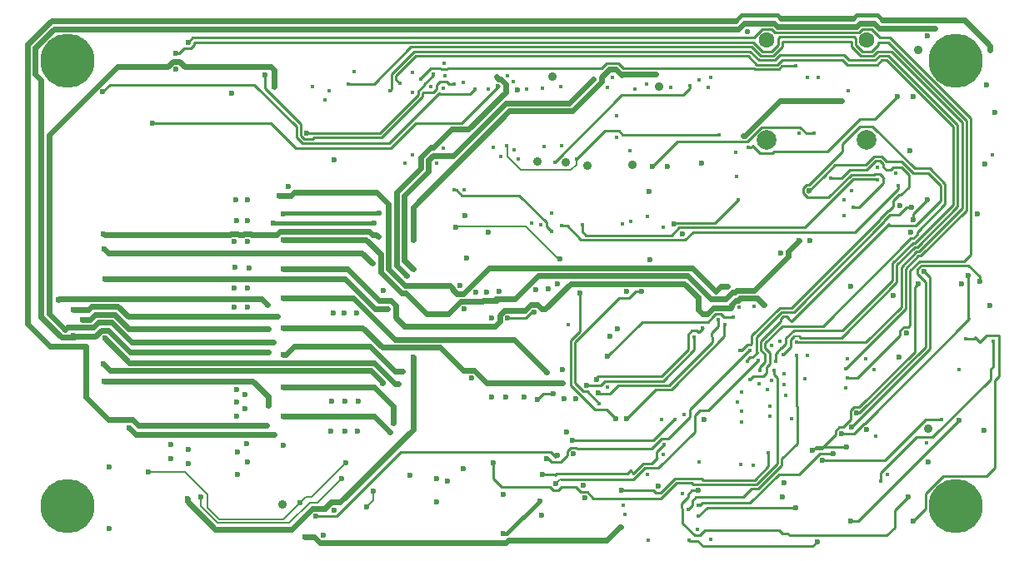
<source format=gbr>
G04 Layer_Physical_Order=3*
G04 Layer_Color=16440176*
%FSLAX44Y44*%
%MOMM*%
%TF.FileFunction,Copper,L3,Inr,Signal*%
%TF.Part,Single*%
G01*
G75*
%TA.AperFunction,Conductor*%
%ADD32C,0.4000*%
%ADD33C,0.2500*%
%ADD34C,0.2000*%
%TA.AperFunction,ComponentPad*%
%ADD35C,2.0000*%
%ADD36C,1.6000*%
%TA.AperFunction,ViaPad*%
%ADD37C,5.5000*%
%ADD38C,0.6000*%
%ADD39C,0.4500*%
%ADD40C,0.9000*%
%ADD41C,0.5400*%
%TA.AperFunction,Conductor*%
%ADD43C,0.6000*%
D32*
X746750Y272500D02*
X780000Y305750D01*
X743750Y272500D02*
X746750D01*
X743500Y272250D02*
X743750Y272500D01*
X520250Y598750D02*
X617250D01*
X519250Y597750D02*
X520250Y598750D01*
X509750Y588750D02*
X611750D01*
X1021562Y799750D02*
X1024812Y796500D01*
X1098788D02*
X1102038Y799750D01*
X1123162D01*
X1128162Y794750D01*
X979623Y794500D02*
X984873Y799750D01*
X1021562D01*
D33*
X931000Y297500D02*
X935250Y301750D01*
X937411Y270500D02*
X942589D01*
X924750Y283161D02*
X937411Y270500D01*
X932000Y265500D02*
X932250Y265250D01*
X941500Y290250D02*
X950250Y299000D01*
X663033Y729874D02*
X671783Y738624D01*
X663033Y728694D02*
Y729874D01*
X656532Y722193D02*
X663033Y728694D01*
X659032Y735286D02*
Y735874D01*
X656532Y718757D02*
Y722193D01*
X659032Y735874D02*
X669194Y746036D01*
X737500Y727750D02*
X738572D01*
X686839Y746000D02*
X843347D01*
X701072Y690250D02*
X738572Y727750D01*
X709035Y719535D02*
X714500Y725000D01*
X688122Y729536D02*
X692784D01*
X675533Y728623D02*
X678955Y732045D01*
X675533Y724697D02*
Y728623D01*
X671871Y721036D02*
X675533Y724697D01*
X677965Y720765D02*
X679194Y719535D01*
X677965Y720765D02*
Y720765D01*
X626700Y669500D02*
X677965Y720765D01*
X679194Y719535D02*
X709035D01*
X964386Y496024D02*
X967705Y492705D01*
X976478D02*
X976548Y492774D01*
X967705Y492705D02*
X976478D01*
X828379Y315015D02*
X834894Y308500D01*
X827574Y315015D02*
X828379D01*
X827339Y315250D02*
X827574Y315015D01*
X822161Y315250D02*
X827339D01*
X817161Y320250D02*
X822161Y315250D01*
X808290Y352007D02*
Y356106D01*
X801799Y345517D02*
X808290Y352007D01*
X905500Y427750D02*
X937046Y459296D01*
Y472523D01*
X930796Y475112D02*
X934457Y478773D01*
X930796Y459410D02*
Y475112D01*
X846661Y427750D02*
X905500D01*
X1246672Y470856D02*
Y474000D01*
Y470856D02*
X1246750Y470778D01*
Y466222D02*
Y470778D01*
X1246672Y466144D02*
X1246750Y466222D01*
X1246672Y432308D02*
Y466144D01*
X1242500Y428136D02*
X1246672Y432308D01*
X1238000Y439236D02*
X1241250Y442486D01*
X1238000Y429500D02*
Y439236D01*
X1095272Y642250D02*
X1112245D01*
X1080411Y647500D02*
X1111131D01*
X1087281Y660922D02*
Y668531D01*
X1051572Y627500D02*
X1053859D01*
X1087281Y660922D01*
X1073708Y614322D02*
X1097136Y637750D01*
X1052250Y614322D02*
X1073708D01*
X1087281Y668531D02*
X1105750Y687000D01*
X1118478D01*
X1129555Y645421D02*
Y648120D01*
X1125894Y651781D02*
X1129555Y648120D01*
X1121777Y651781D02*
X1125894D01*
X1112245Y642250D02*
X1121777Y651781D01*
X1119913Y656282D02*
X1127758D01*
X1111131Y647500D02*
X1119913Y656282D01*
X1125644Y638281D02*
X1129305Y634620D01*
X1120466Y638281D02*
X1125644D01*
X1119935Y637750D02*
X1120466Y638281D01*
X1097136Y637750D02*
X1119935D01*
X1121836Y633250D02*
X1123055Y632031D01*
X1099000Y633250D02*
X1121836D01*
X1147864Y651250D02*
X1159750Y639364D01*
X1132789Y651250D02*
X1147864D01*
X1127758Y656282D02*
X1132789Y651250D01*
X1147469Y645281D02*
X1155250Y637500D01*
X1139217Y645281D02*
X1147469D01*
X1136686Y642750D02*
X1139217Y645281D01*
X1132226Y642750D02*
X1136686D01*
X1129555Y645421D02*
X1132226Y642750D01*
X1129305Y629442D02*
Y633465D01*
X1129622Y633782D01*
X1129305Y634098D02*
X1129622Y633782D01*
X1129305Y634098D02*
Y634620D01*
X1118478Y687000D02*
X1161614Y643864D01*
X1087022Y634000D02*
X1095272Y642250D01*
X1049750Y584000D02*
X1099000Y633250D01*
X1054161Y621250D02*
X1069500Y636589D01*
X1052956Y620044D02*
X1054161Y621250D01*
X1075750Y634000D02*
X1087022D01*
X685589Y744750D02*
X686839Y746000D01*
X1096250Y388750D02*
Y397589D01*
X1094750Y387250D02*
X1096250Y388750D01*
X1058500Y358750D02*
X1066250D01*
X1057250Y357500D02*
X1058500Y358750D01*
X1104861Y401250D02*
X1161000Y457389D01*
X1099911Y401250D02*
X1104861D01*
X1096250Y397589D02*
X1099911Y401250D01*
X1094411Y387250D02*
X1094750D01*
X1090750Y383589D02*
X1094411Y387250D01*
X1090750Y383250D02*
Y383589D01*
X1088250Y380750D02*
X1090750Y383250D01*
X1084411Y380750D02*
X1088250D01*
X1080750Y377089D02*
X1084411Y380750D01*
X1080750Y373250D02*
Y377089D01*
X1066250Y358750D02*
X1080750Y373250D01*
X1161000Y457389D02*
Y523250D01*
X1172000Y462025D02*
Y528661D01*
X1104975Y395000D02*
X1172000Y462025D01*
X1102500Y395000D02*
X1104975D01*
X937500Y375911D02*
Y392500D01*
X900839Y339250D02*
X937500Y375911D01*
X943250Y398250D02*
X951777D01*
X937500Y392500D02*
X943250Y398250D01*
X951777D02*
X1002049Y448522D01*
X817250Y653250D02*
X846250Y682250D01*
X1091089Y440000D02*
X1152000Y500911D01*
Y542067D01*
X1156500Y484500D02*
Y540203D01*
X1147500Y502775D02*
Y543931D01*
X993612Y763000D02*
X1002612Y754000D01*
X652386Y763000D02*
X993612D01*
X654250Y758500D02*
X991748D01*
X1000748Y749500D01*
X860153Y751000D02*
X865153Y746000D01*
X848347Y751000D02*
X860153D01*
X843347Y746000D02*
X848347Y751000D01*
X1086500Y471500D02*
X1143000Y528000D01*
X1138500Y529864D02*
Y547659D01*
X1087943Y479307D02*
X1138500Y529864D01*
Y547659D02*
X1159342Y568500D01*
X916797Y388500D02*
X917500D01*
X895797Y367500D02*
X916797Y388500D01*
X813750Y367500D02*
X895797D01*
X811951Y359767D02*
X817129D01*
X808290Y356106D02*
X811951Y359767D01*
X818146Y358750D02*
X893411D01*
X817129Y359767D02*
X818146Y358750D01*
X893411D02*
X903911Y369250D01*
X1120750Y694500D02*
X1143250Y717000D01*
X1105500Y694500D02*
X1120750D01*
X1072400Y661400D02*
X1105500Y694500D01*
X1018488Y661400D02*
X1072400D01*
X585500Y730000D02*
X586000Y729500D01*
X628250Y723250D02*
X629500Y724500D01*
X637964Y730286D02*
X638031D01*
X634000Y734250D02*
X637964Y730286D01*
X618025Y680250D02*
X656532Y718757D01*
X661738Y721036D02*
X671871D01*
X661032Y720329D02*
X661738Y721036D01*
X661032Y716893D02*
Y720329D01*
X619889Y675750D02*
X661032Y716893D01*
X543500Y680250D02*
X618025D01*
X550750Y675750D02*
X619889D01*
X629500Y724500D02*
Y740114D01*
X671783Y738624D02*
Y739786D01*
X629500Y740114D02*
X652386Y763000D01*
X410770Y761037D02*
X413787D01*
X343500Y729250D02*
X489839D01*
X863250Y317000D02*
X895411D01*
X897911Y314500D01*
X823250Y580000D02*
Y587000D01*
X1027750Y454750D02*
X1035000Y462000D01*
X1019750Y455134D02*
X1021500Y456884D01*
Y457339D01*
X1025161Y461000D01*
X967830Y484330D02*
X968500Y485000D01*
X967830Y472854D02*
Y484330D01*
X961797Y483797D02*
Y489774D01*
X955000Y477000D02*
X961797Y483797D01*
X955000Y473158D02*
Y477000D01*
X959208Y496024D02*
X964386D01*
X955547Y492363D02*
X959208Y496024D01*
X955547Y492363D02*
Y492363D01*
X951184Y488000D02*
X955547Y492363D01*
X1018500Y434089D02*
Y438250D01*
X1020050Y448022D02*
Y454834D01*
X1018500Y434089D02*
X1021750Y430839D01*
X1097000Y381000D02*
X1097339D01*
X1087000Y374500D02*
X1099661D01*
X1109911Y384750D01*
X994000Y429250D02*
X997000Y432250D01*
X1006839D01*
X1041500Y402411D02*
Y453750D01*
Y402411D02*
X1042050Y401861D01*
X1021750Y343978D02*
Y430839D01*
X1047911Y618661D02*
X1052250Y614322D01*
X992438Y458500D02*
X994000D01*
X1009300Y466361D02*
X1026745Y483807D01*
X1009300Y461184D02*
Y466361D01*
Y461184D02*
X1013800Y456684D01*
X1004800Y468225D02*
X1024881Y488307D01*
X1004800Y459320D02*
Y468225D01*
Y459320D02*
X1009300Y454820D01*
Y446934D02*
Y454820D01*
X1000300Y457456D02*
Y472528D01*
Y457456D02*
X1000938Y456817D01*
Y456599D02*
Y456817D01*
X996589Y452250D02*
X1000938Y456599D01*
X995800Y465589D02*
Y474391D01*
X994960Y464750D02*
X995800Y465589D01*
X991411Y464750D02*
X994960D01*
X933000Y399062D02*
X992438Y458500D01*
X1000300Y472528D02*
X1025653Y497881D01*
X985411Y458750D02*
X991411Y464750D01*
X995800Y474391D02*
X1023789Y502381D01*
X1030500Y471453D02*
X1038354Y479307D01*
X1030500Y465884D02*
Y471453D01*
X1035000Y469589D02*
X1038661Y473250D01*
X1035000Y462000D02*
Y469589D01*
X1099000Y604500D02*
X1104363D01*
X1004250Y438500D02*
Y441884D01*
X1006839Y432250D02*
X1010500Y435911D01*
X1013800Y445070D02*
Y456684D01*
X1010500Y441770D02*
X1013800Y445070D01*
X1004250Y441884D02*
X1009300Y446934D01*
X993500Y452250D02*
X996589D01*
X1010500Y435911D02*
Y441770D01*
X1025616Y461000D02*
X1030500Y465884D01*
X1038354Y479307D02*
X1087943D01*
X1026745Y483807D02*
X1068057D01*
X1035807Y488307D02*
X1134750Y587250D01*
X1033881Y490233D02*
X1035807Y488307D01*
X1041250Y467000D02*
X1111725D01*
X1045589Y471500D02*
X1086500D01*
X1043839Y473250D02*
X1045589Y471500D01*
X934500Y316250D02*
X936400D01*
X930795Y312545D02*
X934500Y316250D01*
X930795Y310177D02*
Y312545D01*
X924000Y303381D02*
X930795Y310177D01*
X413787Y761037D02*
X419000Y766250D01*
X924000Y298500D02*
Y303381D01*
Y298500D02*
X924750Y297750D01*
Y283161D02*
Y297750D01*
X942589Y270500D02*
X948339Y276250D01*
X940250Y265250D02*
X946000Y259500D01*
X932250Y265250D02*
X940250D01*
X941546Y301265D02*
X942796D01*
X936665Y316515D02*
X941546D01*
X944400Y322500D02*
X1000272D01*
X944135Y322765D02*
X944400Y322500D01*
X938957Y322765D02*
X944135D01*
X938692Y322500D02*
X938957Y322765D01*
X936514Y322500D02*
X938692D01*
X934748Y324265D02*
X936514Y322500D01*
X946264Y327000D02*
X998408D01*
X944499Y328765D02*
X946264Y327000D01*
X917354Y328765D02*
X944499D01*
X938911Y309500D02*
X987250D01*
X935250Y305839D02*
X938911Y309500D01*
X936400Y316250D02*
X936665Y316515D01*
X942796Y301265D02*
X945031Y303500D01*
X987250Y309500D02*
X995750Y318000D01*
X945031Y303500D02*
X994000D01*
X950250Y299000D02*
X1040000D01*
X899250Y355750D02*
X906500Y363000D01*
X911089Y369250D02*
X933000Y391161D01*
X903911Y369250D02*
X911089D01*
X903089Y314500D02*
X917354Y328765D01*
X897911Y314500D02*
X903089D01*
X903453Y308500D02*
X919218Y324265D01*
X848500Y398500D02*
X857750Y389250D01*
X1103500Y285500D02*
X1206000Y388000D01*
X1227311Y467400D02*
X1233911Y474000D01*
X1246672D01*
X1241250Y442486D02*
Y468500D01*
X1222148Y472564D02*
X1227311Y467400D01*
X1213250Y470500D02*
X1223000D01*
X1159500Y285250D02*
X1172500Y298250D01*
Y312987D02*
X1190513Y331000D01*
X1172500Y298250D02*
Y312987D01*
X1190513Y331000D02*
X1234000D01*
X1242500Y339500D01*
Y428136D01*
X1144250Y623000D02*
Y626500D01*
X1100750Y579500D02*
X1144250Y623000D01*
X1152868Y604529D02*
X1157557D01*
X1159683Y597817D02*
X1173750Y611884D01*
Y612000D01*
X1139500Y605426D02*
Y611563D01*
X1135103Y601029D02*
X1139500Y605426D01*
Y611563D02*
X1144967Y617030D01*
X1159557Y592029D02*
Y597943D01*
X1150500Y585779D02*
X1162145D01*
X1163500Y579250D02*
X1192089Y607839D01*
X1163500Y576661D02*
Y579250D01*
X1159839Y573000D02*
X1163500Y576661D01*
X1157250Y573000D02*
X1159839D01*
X1068057Y483807D02*
X1157250Y573000D01*
X1161703Y568500D02*
X1200250Y607047D01*
X1159342Y568500D02*
X1161703D01*
X1163567Y564000D02*
X1204750Y605183D01*
X1161205Y564000D02*
X1163567D01*
X1143000Y545795D02*
X1161205Y564000D01*
X1165431Y559500D02*
X1209250Y603319D01*
X1163069Y559500D02*
X1165431D01*
X1147500Y543931D02*
X1163069Y559500D01*
X1167295Y555000D02*
X1213750Y601455D01*
X1164933Y555000D02*
X1167295D01*
X1152000Y542067D02*
X1164933Y555000D01*
X1166047Y549750D02*
X1211532D01*
X1156500Y540203D02*
X1166047Y549750D01*
X1167911Y545250D02*
X1215750D01*
X1164250Y541589D02*
X1167911Y545250D01*
X1164250Y536411D02*
Y541589D01*
X1170500Y539000D02*
X1176500Y533000D01*
X1164250Y536411D02*
X1172000Y528661D01*
X1161000Y523250D02*
X1164750Y527000D01*
X1192089Y607839D02*
Y628275D01*
X1200250Y607047D02*
Y686386D01*
X1204750Y605183D02*
Y688250D01*
X1209250Y603319D02*
Y691035D01*
X1213750Y601455D02*
Y692899D01*
X983750Y458750D02*
X985411D01*
X1019750Y455134D02*
X1020050Y454834D01*
X1092553Y430771D02*
X1102771D01*
X1146500Y474500D01*
X1033881Y490233D02*
Y490745D01*
X1025653Y497881D02*
X1038319D01*
X1130250Y589812D01*
X1023789Y502381D02*
X1036455D01*
X1125750Y591676D01*
X1031245Y493381D02*
X1033881Y490745D01*
X1027517Y493381D02*
X1031245D01*
X1024881Y490745D02*
X1027517Y493381D01*
X1024881Y488307D02*
Y490745D01*
X1111725Y467000D02*
X1147500Y502775D01*
X1176500Y643864D02*
X1192089Y628275D01*
X1161614Y643864D02*
X1176500D01*
X1047911Y623839D02*
X1051572Y627500D01*
X1047911Y618661D02*
Y623839D01*
X1104363Y604500D02*
X1129305Y629442D01*
X1162145Y585779D02*
X1187589Y611222D01*
Y626411D01*
X1147144Y617030D02*
X1155250Y625136D01*
X1144967Y617030D02*
X1147144D01*
X1135915Y596529D02*
X1144868D01*
X1152868Y604529D01*
X1155250Y625136D02*
Y637500D01*
X936089Y579500D02*
X1100750D01*
X1134051Y601029D02*
X1135103D01*
X1125750Y592728D02*
X1134051Y601029D01*
X1125750Y591676D02*
Y592728D01*
X1130250Y590864D02*
X1135915Y596529D01*
X1130250Y589812D02*
Y590864D01*
X1159557Y597943D02*
X1159683Y597817D01*
X913726Y418750D02*
X967830Y472854D01*
X911862Y423250D02*
X955796Y467184D01*
X940965Y477443D02*
X941943D01*
X939634Y478773D02*
X940965Y477443D01*
X903636Y432250D02*
X930796Y459410D01*
X934457Y478773D02*
X939634D01*
X955796Y467184D02*
Y472362D01*
X884500Y488000D02*
X951184D01*
X783520Y415020D02*
X794289D01*
X777750Y409250D02*
X783520Y415020D01*
X680411Y744750D02*
X685589D01*
X679125Y746036D02*
X680411Y744750D01*
X669194Y746036D02*
X679125D01*
X634000Y738250D02*
X654250Y758500D01*
X795250Y650500D02*
X863250Y718500D01*
X925750D01*
X945796Y481524D02*
X946023D01*
X955000Y473158D02*
X955796Y472362D01*
X898250Y418750D02*
X913726D01*
X859839Y423250D02*
X911862D01*
X839500Y432250D02*
X903636D01*
X842161Y423250D02*
X846661Y427750D01*
X840250Y415250D02*
X851839D01*
X859839Y423250D01*
X1154500Y482500D02*
X1156500Y484500D01*
X1150161Y482500D02*
X1154500D01*
X1146500Y478839D02*
X1150161Y482500D01*
X1146500Y474500D02*
Y478839D01*
X1043750Y333000D02*
X1065000Y354250D01*
X1078000D01*
X1067250Y347250D02*
X1131000D01*
X1092000Y360500D02*
X1092250Y360750D01*
X1060250Y360500D02*
X1092000D01*
X935250Y301750D02*
Y305839D01*
X919218Y324265D02*
X934748D01*
X1057500Y259500D02*
X1062250Y264250D01*
X946000Y259500D02*
X1057500D01*
X1042050Y364300D02*
Y401861D01*
X1026250Y348500D02*
X1042050Y364300D01*
X1026250Y342114D02*
Y348500D01*
X1002136Y318000D02*
X1026250Y342114D01*
X995750Y318000D02*
X1002136D01*
X1012250Y340842D02*
Y354500D01*
X998408Y327000D02*
X1012250Y340842D01*
X1000272Y322500D02*
X1021750Y343978D01*
X948339Y276250D02*
X1023661D01*
X1026911Y273000D01*
X941943Y477443D02*
X946023Y481524D01*
X838041Y429521D02*
Y430791D01*
X827750Y423250D02*
X842161D01*
X839500Y416000D02*
X840250Y415250D01*
X828500Y417000D02*
X840750Y404750D01*
X838041Y430791D02*
X839500Y432250D01*
X811500Y423589D02*
X836589Y398500D01*
X824453Y417000D02*
X828500D01*
X816000Y425453D02*
X824453Y417000D01*
X1134263Y772386D02*
X1213750Y692899D01*
X1137285Y763000D02*
X1209250Y691035D01*
X1134500Y758500D02*
X1204750Y688250D01*
X1132636Y754000D02*
X1200250Y686386D01*
X1136127Y776886D02*
X1218250Y694763D01*
X1127352Y754000D02*
X1132636D01*
X1123850Y772386D02*
X1134263D01*
X1123850Y769590D02*
Y772386D01*
X1123624Y763000D02*
X1137285D01*
X1125488Y758500D02*
X1134500D01*
X1120988Y754000D02*
X1125488Y758500D01*
X1122852Y749500D02*
X1127352Y754000D01*
X1026116Y748000D02*
X1040250D01*
X1023116Y745000D02*
X1026116Y748000D01*
X1227060Y529026D02*
Y533940D01*
X1215750Y545250D02*
X1227060Y533940D01*
X1215250Y492500D02*
Y535000D01*
Y492500D02*
X1216750Y491000D01*
X801750Y327500D02*
X821911D01*
X678955Y732045D02*
X678964Y732036D01*
X1019388Y754000D02*
X1024538Y759150D01*
X1002612Y754000D02*
X1019388D01*
X1094864D02*
X1120988D01*
X1089714Y759150D02*
X1094864Y754000D01*
X1024538Y759150D02*
X1089714D01*
X1021252Y749500D02*
X1026402Y754650D01*
X1000748Y749500D02*
X1021252D01*
X1026402Y754650D02*
X1087850D01*
X1093000Y749500D02*
X1122852D01*
X1087850Y754650D02*
X1093000Y749500D01*
X1117260Y785500D02*
X1125874Y776886D01*
X1104690Y782250D02*
X1107940Y785500D01*
X1125874Y776886D02*
X1136127D01*
X1107940Y785500D02*
X1117260D01*
X998884Y745000D02*
X1023116D01*
X1004476Y758500D02*
X1017524D01*
X1119124D02*
X1123624Y763000D01*
X1106076Y758500D02*
X1119124D01*
X1096850Y767726D02*
X1106076Y758500D01*
X1096850Y767726D02*
Y773250D01*
X1117260Y763000D02*
X1123850Y769590D01*
X1107940Y763000D02*
X1117260D01*
X1101350Y769590D02*
X1107940Y763000D01*
X1101350Y769590D02*
Y775954D01*
X1099554Y777750D02*
X1101350Y775954D01*
X788733Y348767D02*
X791983Y345517D01*
X787538Y348767D02*
X788733D01*
X791983Y345517D02*
X801799D01*
X783038Y332766D02*
X795427D01*
X795927Y332266D01*
X802112Y320250D02*
X817161D01*
X798878Y317016D02*
X802112Y320250D01*
X793700Y317016D02*
X798878D01*
X790466Y320250D02*
X793700Y317016D01*
X741822Y320250D02*
X790466D01*
X791500Y355250D02*
X796250Y350500D01*
X639089Y355250D02*
X791500D01*
X994000Y303500D02*
X1023500Y333000D01*
X1043750D01*
X797161Y333500D02*
X869014D01*
X872281Y336766D01*
X795927Y332266D02*
X797161Y333500D01*
X574089Y290250D02*
X639089Y355250D01*
X733286Y328786D02*
X741822Y320250D01*
X827589Y327500D02*
X875411D01*
X827339Y327750D02*
X827589Y327500D01*
X822161Y327750D02*
X827339D01*
X821911Y327500D02*
X822161Y327750D01*
X872281Y336766D02*
X875297Y333750D01*
X552250Y290250D02*
X574089D01*
X1218250Y556468D02*
Y694763D01*
X811500Y423589D02*
Y469364D01*
X816000Y425453D02*
Y467500D01*
X849250Y452750D02*
X884500Y488000D01*
X834894Y308500D02*
X903453D01*
X875411Y327500D02*
X887161Y339250D01*
X1134750Y585750D02*
Y587250D01*
Y585750D02*
X1150753D01*
X1143000Y528000D02*
Y545795D01*
X1097339Y381000D02*
X1176500Y460161D01*
X1110500Y384750D02*
X1216750Y491000D01*
X1109911Y384750D02*
X1110500D01*
X1032089Y273000D02*
X1034383Y270706D01*
X1026911Y273000D02*
X1032089D01*
X1034383Y270706D02*
X1132706D01*
X1140750Y278750D01*
X532750Y675797D02*
Y686339D01*
X489839Y729250D02*
X532750Y686339D01*
X532411Y665000D02*
X628564D01*
X539047Y669500D02*
X626700D01*
X772274Y497774D02*
X774288D01*
X386500Y690250D02*
X507161D01*
X532411Y665000D01*
X501000Y725500D02*
X537250Y689250D01*
Y677661D02*
Y689250D01*
X336250Y722000D02*
X343500Y729250D01*
X532750Y675797D02*
X539047Y669500D01*
X537250Y677661D02*
X540911Y674000D01*
X549000D01*
X550750Y675750D01*
X836589Y398500D02*
X848500D01*
X811500Y469364D02*
X820750Y478614D01*
Y517250D01*
X877339Y518750D02*
X883500D01*
X871089Y512500D02*
X877339Y518750D01*
X861000Y512500D02*
X871089D01*
X816000Y467500D02*
X861000Y512500D01*
X1140750Y296000D02*
X1154250Y309500D01*
X1140750Y278750D02*
Y296000D01*
X1095750Y285500D02*
X1103500D01*
X1126250Y325750D02*
Y334089D01*
X1211532Y549750D02*
X1218250Y556468D01*
X868750Y389250D02*
X898250Y418750D01*
X1069500Y636589D02*
X1080411Y647500D01*
X1159750Y639364D02*
X1174636D01*
X1187589Y626411D01*
X991048Y449798D02*
X993500Y452250D01*
X991048Y448272D02*
Y449798D01*
X933000Y391161D02*
Y399062D01*
X899250Y350161D02*
X899581Y349831D01*
X899250Y350161D02*
Y355750D01*
X885297Y343750D02*
X893500D01*
X899581Y349831D01*
X875297Y333750D02*
X885297Y343750D01*
X887161Y339250D02*
X900839D01*
X802000Y585750D02*
X807911D01*
X733286Y328786D02*
Y344517D01*
X766024Y491524D02*
X772274Y497774D01*
X747536Y491524D02*
X766024D01*
X1176500Y460161D02*
Y533000D01*
X585500Y730000D02*
X611500D01*
X649000Y767500D01*
X634000Y734250D02*
Y738250D01*
X925750Y718500D02*
X932500Y725250D01*
X628564Y665000D02*
X653814Y690250D01*
X860589Y682250D02*
X864589Y678250D01*
X962500D01*
X846250Y682250D02*
X860589D01*
X932500Y725250D02*
Y728500D01*
X501000Y725500D02*
Y739500D01*
X1172019Y388269D02*
X1188308D01*
X1131000Y347250D02*
X1172019Y388269D01*
X1126250Y334089D02*
X1163161Y371000D01*
X1179500D01*
X1238000Y429500D01*
X996500Y666750D02*
X1003850Y659400D01*
X1016488D01*
X1018488Y661400D01*
X995283Y665533D02*
X996500Y666750D01*
X992298Y665533D02*
X995283D01*
X1051028Y679750D02*
X1058500D01*
X1044878Y685900D02*
X1051028Y679750D01*
X1005512Y685900D02*
X1044878D01*
X997750Y678138D02*
X1005512Y685900D01*
X997750Y678138D02*
Y678138D01*
X990862Y671250D02*
X997750Y678138D01*
X920250Y671250D02*
X990862D01*
X895000Y646000D02*
X920250Y671250D01*
X823250Y580000D02*
X827250Y576000D01*
X807911Y585750D02*
X822161Y571500D01*
X827250Y576000D02*
X913855D01*
X822161Y571500D02*
X928089D01*
X936089Y579500D01*
X913855Y576000D02*
X921855Y584000D01*
X1049750D01*
X958500Y588500D02*
X981750Y611750D01*
X917516Y588500D02*
X958500D01*
X916545Y587529D02*
X917516Y588500D01*
X787000Y585250D02*
X792250Y580000D01*
X787000Y585250D02*
Y589028D01*
X759528Y616500D02*
X787000Y589028D01*
X700972Y616500D02*
X759528D01*
X695472Y622000D02*
X700972Y616500D01*
X693000Y622000D02*
X695472D01*
X653814Y690250D02*
X701072D01*
X678964Y732036D02*
X685621D01*
X688122Y729536D01*
X997884Y746000D02*
X998884Y745000D01*
X865153Y746000D02*
X997884D01*
X423000Y772500D02*
X427386Y776886D01*
X419000Y766250D02*
X425589D01*
X429250Y769911D01*
Y772386D01*
X1006340Y763000D02*
X1015660D01*
X1022250Y769590D01*
X427386Y776886D02*
X997726D01*
X649000Y767500D02*
X995476D01*
X1004476Y758500D01*
X429250Y772386D02*
X996954D01*
X1006340Y763000D01*
X1017524Y758500D02*
X1026750Y767726D01*
Y773250D01*
X1096850D01*
X1022250Y769590D02*
Y775954D01*
X1024046Y777750D01*
X1099554D01*
X997726Y776886D02*
X1006340Y785500D01*
X1015660D01*
X1018910Y782250D01*
X1104690D01*
D34*
X817250Y648000D02*
Y653250D01*
X811500Y642250D02*
X817250Y648000D01*
X519500Y287250D02*
X542500Y310250D01*
X548500D02*
X582767Y344517D01*
X542500Y310250D02*
X548500D01*
X1038661Y473250D02*
X1043839D01*
X746750Y667250D02*
X747000Y667000D01*
Y655765D02*
Y667000D01*
X798831Y552250D02*
X800250D01*
X765831Y585250D02*
X798831Y552250D01*
X695250Y585250D02*
X765831D01*
X694500Y584500D02*
X695250Y585250D01*
X800523Y327500D02*
X801750D01*
X796289Y323266D02*
X800523Y327500D01*
X610750Y306500D02*
Y315500D01*
X604250Y300000D02*
X610750Y306500D01*
X546451Y304250D02*
X554500D01*
X525451Y283250D02*
X546451Y304250D01*
X454157Y287250D02*
X519500D01*
X382750Y335250D02*
Y335500D01*
X435500Y300250D02*
X452500Y283250D01*
X525451D01*
X435500Y300250D02*
Y310250D01*
X442750Y298657D02*
X454157Y287250D01*
X442750Y298657D02*
Y312250D01*
X382750Y335500D02*
X419500D01*
X442750Y312250D01*
X554500Y304250D02*
X578528Y328278D01*
Y328516D01*
X582767Y344517D02*
X582778D01*
X747000Y655765D02*
X760515Y642250D01*
X811500D01*
D35*
X1112600Y672650D02*
D03*
X1011000D02*
D03*
D36*
X1112600Y774250D02*
D03*
X1011000D02*
D03*
D37*
X1203250Y300250D02*
D03*
Y753250D02*
D03*
X300000Y300250D02*
D03*
X300000Y753250D02*
D03*
D38*
X343000Y277750D02*
D03*
X571000Y652500D02*
D03*
X757250Y723750D02*
D03*
X898044Y739536D02*
D03*
X814540Y353517D02*
D03*
X824750Y321500D02*
D03*
X1054161Y621250D02*
D03*
X1145000Y452000D02*
D03*
X648000Y331750D02*
D03*
X946750Y389000D02*
D03*
X536250Y304250D02*
D03*
X726250Y518000D02*
D03*
X715250D02*
D03*
X315750Y490500D02*
D03*
X306265Y474523D02*
D03*
X410770Y761037D02*
D03*
X410750Y745000D02*
D03*
X297750Y480000D02*
D03*
X863250Y317000D02*
D03*
X971000Y524107D02*
D03*
X1097000Y381000D02*
D03*
X1087000Y374500D02*
D03*
X941546Y316515D02*
D03*
X900500Y320750D02*
D03*
X857750Y389250D02*
D03*
X1206000Y388000D02*
D03*
X1159500Y285250D02*
D03*
X1231250Y377750D02*
D03*
X1242250Y700750D02*
D03*
X1232310Y648282D02*
D03*
X1157250Y579250D02*
D03*
X1139250Y515000D02*
D03*
X1157557Y604529D02*
D03*
X1145750Y606250D02*
D03*
X1159557Y592029D02*
D03*
X1170500Y539000D02*
D03*
X1164750Y527000D02*
D03*
X859500Y481000D02*
D03*
X803289Y439521D02*
D03*
X786750Y437000D02*
D03*
X807250Y376250D02*
D03*
X794289Y415020D02*
D03*
X803000Y426250D02*
D03*
X777750Y409250D02*
D03*
X895000Y646000D02*
D03*
X1057250Y357500D02*
D03*
X1067250Y347250D02*
D03*
X1092250Y360750D02*
D03*
X1040000Y299000D02*
D03*
X1062250Y264250D02*
D03*
X338250Y471500D02*
D03*
X636750Y425250D02*
D03*
X805000Y409750D02*
D03*
X851750Y473500D02*
D03*
X838041Y429521D02*
D03*
X839500Y416000D02*
D03*
X816500Y409750D02*
D03*
X827750Y423250D02*
D03*
X813750Y367500D02*
D03*
X621500Y520000D02*
D03*
X617250Y598750D02*
D03*
X611750Y588750D02*
D03*
X694500Y584500D02*
D03*
X473250Y355250D02*
D03*
X472750Y332750D02*
D03*
X482500Y364250D02*
D03*
X482750Y345000D02*
D03*
X423000Y343500D02*
D03*
X405500Y348500D02*
D03*
X422750Y358250D02*
D03*
X405000Y363500D02*
D03*
X1143250Y717000D02*
D03*
X291250Y510750D02*
D03*
X306500Y500000D02*
D03*
X337750Y561750D02*
D03*
X319250Y463250D02*
D03*
X503750Y505250D02*
D03*
X509750Y467250D02*
D03*
X1227060Y529026D02*
D03*
X1215250Y535000D02*
D03*
X1208750Y526500D02*
D03*
X513250Y493250D02*
D03*
X504500Y481250D02*
D03*
X504000Y457250D02*
D03*
X615750Y574500D02*
D03*
X651250Y571750D02*
D03*
X337000Y577500D02*
D03*
X610250Y547750D02*
D03*
X625750Y501500D02*
D03*
X338000Y531750D02*
D03*
X644500Y535250D02*
D03*
X519775Y454522D02*
D03*
X620500Y426000D02*
D03*
X641000Y437750D02*
D03*
X825790Y308765D02*
D03*
X798539Y351767D02*
D03*
X787538Y348767D02*
D03*
X783038Y332766D02*
D03*
X796289Y323266D02*
D03*
X1027000Y309750D02*
D03*
X1028000Y324500D02*
D03*
X780000Y305750D02*
D03*
X743500Y312000D02*
D03*
X610750Y315500D02*
D03*
X782250Y291000D02*
D03*
X675750Y305000D02*
D03*
X604250Y300000D02*
D03*
X504250Y403000D02*
D03*
X571500Y296500D02*
D03*
X849250Y452750D02*
D03*
X1112500Y378500D02*
D03*
X541500Y269250D02*
D03*
X552250Y290250D02*
D03*
X727750Y579250D02*
D03*
X1043801Y570778D02*
D03*
X1054551D02*
D03*
X891250Y620250D02*
D03*
X800250Y552250D02*
D03*
X710500Y430500D02*
D03*
X774288Y497774D02*
D03*
X731000Y411250D02*
D03*
X745750Y411750D02*
D03*
X764000Y411500D02*
D03*
X543500Y680250D02*
D03*
X868750Y389250D02*
D03*
X883500Y518750D02*
D03*
X1102500Y395000D02*
D03*
X743500Y272250D02*
D03*
X560500Y271250D02*
D03*
X1237750Y504250D02*
D03*
X1156250Y661750D02*
D03*
X1159500Y716750D02*
D03*
X892250Y551500D02*
D03*
X820750Y517250D02*
D03*
X798500Y526750D02*
D03*
X788500Y521750D02*
D03*
X706000Y553250D02*
D03*
X868500Y518750D02*
D03*
X704250Y596000D02*
D03*
X386500Y690250D02*
D03*
X336250Y722000D02*
D03*
X1025000Y558250D02*
D03*
X1234000Y729000D02*
D03*
X1154250Y309500D02*
D03*
X1078000Y354250D02*
D03*
X1175000Y345000D02*
D03*
X1095750Y285500D02*
D03*
X342750Y340750D02*
D03*
X1173750Y612000D02*
D03*
X651250Y541750D02*
D03*
X519250Y362000D02*
D03*
X702750Y338250D02*
D03*
X686534Y325766D02*
D03*
X675000Y328750D02*
D03*
X733286Y344517D02*
D03*
X739036Y519025D02*
D03*
X699284Y524776D02*
D03*
X776000Y521000D02*
D03*
X703534Y500774D02*
D03*
X731536Y491524D02*
D03*
X747536D02*
D03*
X651500Y451750D02*
D03*
X1225250Y598000D02*
D03*
X337750Y427750D02*
D03*
X337000Y445250D02*
D03*
X631750Y385000D02*
D03*
X628250Y376000D02*
D03*
X519250Y392000D02*
D03*
X519750Y422000D02*
D03*
X519500Y482000D02*
D03*
Y512000D02*
D03*
X519250Y541750D02*
D03*
X1152750Y476250D02*
D03*
X944500Y649250D02*
D03*
X510500Y727250D02*
D03*
X519250Y571750D02*
D03*
X467000Y720500D02*
D03*
X501000Y739500D02*
D03*
X509750Y588750D02*
D03*
X382750Y335250D02*
D03*
X435500Y310250D02*
D03*
X422000Y307750D02*
D03*
X519250Y597750D02*
D03*
X524750Y625250D02*
D03*
X515500Y616000D02*
D03*
X510250Y373750D02*
D03*
X362750Y380500D02*
D03*
X502500Y382250D02*
D03*
X582778Y344517D02*
D03*
X578528Y328516D02*
D03*
X471500Y612000D02*
D03*
X483250D02*
D03*
X472250Y591250D02*
D03*
X483500D02*
D03*
X469750Y569750D02*
D03*
X483250D02*
D03*
X470500Y543750D02*
D03*
X484500Y543000D02*
D03*
X470000Y522000D02*
D03*
X482750D02*
D03*
X470000Y502500D02*
D03*
X483500D02*
D03*
X472000Y392000D02*
D03*
X481000Y399250D02*
D03*
X471750Y406750D02*
D03*
X481000Y414250D02*
D03*
X471750Y419000D02*
D03*
X570500Y497250D02*
D03*
X581750D02*
D03*
X593750Y497000D02*
D03*
X568750Y407000D02*
D03*
X582250Y407250D02*
D03*
X596000Y407000D02*
D03*
X568250Y377000D02*
D03*
X582250Y376750D02*
D03*
X595250Y377000D02*
D03*
X1096500Y523750D02*
D03*
X916545Y587529D02*
D03*
X925500Y577750D02*
D03*
X423000Y772500D02*
D03*
X1181558Y786288D02*
D03*
X1173807Y778538D02*
D03*
X910250Y646000D02*
D03*
D39*
X931000Y297500D02*
D03*
X940000Y276750D02*
D03*
X932000Y265500D02*
D03*
X941500Y290250D02*
D03*
X890750Y266000D02*
D03*
X669283Y727286D02*
D03*
X659032Y735286D02*
D03*
X737500Y727750D02*
D03*
X747287Y738536D02*
D03*
X753250Y732750D02*
D03*
X801250Y727500D02*
D03*
X702034Y731536D02*
D03*
X736500Y737000D02*
D03*
X727750Y724750D02*
D03*
X714500Y725000D02*
D03*
X692784Y729536D02*
D03*
X681783Y725785D02*
D03*
X684033Y738286D02*
D03*
X937046Y472523D02*
D03*
X1237750Y764250D02*
D03*
X1123055Y632031D02*
D03*
X1123305Y645531D02*
D03*
X1075750Y634000D02*
D03*
X951500Y726250D02*
D03*
X809000Y485500D02*
D03*
X817250Y653250D02*
D03*
X766750Y725000D02*
D03*
X586000Y729500D02*
D03*
X628250Y723250D02*
D03*
X638031Y730286D02*
D03*
X651000Y741250D02*
D03*
X651032Y721035D02*
D03*
X683000Y751000D02*
D03*
X591750Y742250D02*
D03*
X566500Y723000D02*
D03*
X561500Y713750D02*
D03*
X862542Y279014D02*
D03*
X866542Y292264D02*
D03*
X864750Y301000D02*
D03*
X905500Y352750D02*
D03*
X823250Y587000D02*
D03*
X1027750Y454750D02*
D03*
X976548Y492774D02*
D03*
X982548Y502775D02*
D03*
X998000Y504000D02*
D03*
X968500Y485000D02*
D03*
X961797Y489774D02*
D03*
X1018500Y438250D02*
D03*
X1020050Y448022D02*
D03*
X1052000Y453500D02*
D03*
X994000Y429250D02*
D03*
X1041500Y453750D02*
D03*
X1030250Y413000D02*
D03*
X1011250Y419250D02*
D03*
X1028050Y435021D02*
D03*
X1028500Y424000D02*
D03*
X1015500Y428250D02*
D03*
X1008500Y505750D02*
D03*
X980250Y635750D02*
D03*
X1015550Y463773D02*
D03*
X994000Y458500D02*
D03*
X1023800Y468523D02*
D03*
X1002750Y425250D02*
D03*
X1002049Y448522D02*
D03*
X1013750Y392000D02*
D03*
X985250Y397250D02*
D03*
X889250Y595500D02*
D03*
X980750Y406500D02*
D03*
X1013750Y402500D02*
D03*
X1099000Y604500D02*
D03*
X1089053Y596279D02*
D03*
X1004250Y438500D02*
D03*
X1041250Y467000D02*
D03*
X941546Y301265D02*
D03*
X985250Y386250D02*
D03*
X984798Y342767D02*
D03*
X997500Y342250D02*
D03*
X925295Y313515D02*
D03*
X917500Y388500D02*
D03*
X906500Y363000D02*
D03*
X1121750Y371500D02*
D03*
X1188308Y388269D02*
D03*
X1241250Y468500D02*
D03*
X1213250Y470500D02*
D03*
X1097303Y621280D02*
D03*
X1240061Y657532D02*
D03*
X1141806Y639031D02*
D03*
X1144250Y626500D02*
D03*
X983750Y458750D02*
D03*
X1091089Y440000D02*
D03*
X1092553Y430771D02*
D03*
X1089500Y612000D02*
D03*
X671783Y739786D02*
D03*
X746750Y667250D02*
D03*
X795250Y650500D02*
D03*
X732536Y665283D02*
D03*
X1087000Y713250D02*
D03*
X876500Y724750D02*
D03*
X834750Y735250D02*
D03*
X941750Y734250D02*
D03*
X953500Y736500D02*
D03*
X945796Y481524D02*
D03*
X1092750Y450500D02*
D03*
X1090803Y421020D02*
D03*
X849250Y421500D02*
D03*
X1111250Y450000D02*
D03*
X1049500Y430250D02*
D03*
X1035800Y389269D02*
D03*
X942000Y345250D02*
D03*
X953750Y267000D02*
D03*
X1206000Y439000D02*
D03*
X682250Y664750D02*
D03*
X651000Y657750D02*
D03*
X643500Y649750D02*
D03*
X1040250Y748000D02*
D03*
X781500Y586750D02*
D03*
X873043Y590279D02*
D03*
X791789Y598529D02*
D03*
X771538Y588029D02*
D03*
X1051750Y736250D02*
D03*
X1012250Y354500D02*
D03*
X675033Y649032D02*
D03*
X864250Y587250D02*
D03*
X1063000Y736750D02*
D03*
X840750Y404750D02*
D03*
X926750Y393750D02*
D03*
X1093500Y723250D02*
D03*
X1133500Y332500D02*
D03*
X1120250Y439250D02*
D03*
X1126250Y325750D02*
D03*
X985000Y416250D02*
D03*
X904250Y388500D02*
D03*
X991048Y448272D02*
D03*
X889750Y333000D02*
D03*
X802000Y585750D02*
D03*
X703250Y622000D02*
D03*
X693000D02*
D03*
X1058500Y679750D02*
D03*
X1043500Y679500D02*
D03*
X784538Y666283D02*
D03*
X802500Y667500D02*
D03*
X740286Y656532D02*
D03*
X962500Y678250D02*
D03*
X913500Y726500D02*
D03*
X858000Y698000D02*
D03*
Y676000D02*
D03*
X783250Y725750D02*
D03*
X932500Y728500D02*
D03*
X549500Y727500D02*
D03*
X1173557Y364768D02*
D03*
X986750Y677500D02*
D03*
X992298Y665533D02*
D03*
X979048Y660032D02*
D03*
X981750Y611750D02*
D03*
X906000Y584250D02*
D03*
X792250Y580000D02*
D03*
X758287Y653782D02*
D03*
X754250Y662500D02*
D03*
X854250Y736750D02*
D03*
X848541Y726035D02*
D03*
X871793Y662032D02*
D03*
X888500Y729500D02*
D03*
D40*
X901794Y727286D02*
D03*
X1164750Y764250D02*
D03*
X828290Y646532D02*
D03*
X777750Y651000D02*
D03*
X1175000Y379250D02*
D03*
X793250Y737750D02*
D03*
X518500Y302500D02*
D03*
X806750Y650250D02*
D03*
X874000Y647500D02*
D03*
D41*
X991000Y783250D02*
D03*
D43*
X372314Y382250D02*
X502500D01*
X366064Y388500D02*
X372314Y382250D01*
X342000Y388500D02*
X366064D01*
X610250Y576500D02*
X613750D01*
X607000Y579750D02*
X610250Y576500D01*
X515936Y579750D02*
X607000D01*
X512686Y576500D02*
X515936Y579750D01*
X487814Y576500D02*
X512686D01*
X486564Y577750D02*
X487814Y576500D01*
X479936Y577750D02*
X486564D01*
X478686Y576500D02*
X479936Y577750D01*
X474314Y576500D02*
X478686D01*
X473064Y577750D02*
X474314Y576500D01*
X466436Y577750D02*
X473064D01*
X465186Y576500D02*
X466436Y577750D01*
X338000Y576500D02*
X465186D01*
X613750D02*
X615750Y574500D01*
X337000Y577500D02*
X338000Y576500D01*
X707814Y684000D02*
X745500Y721686D01*
Y730003D01*
X740218Y735285D02*
X745500Y730003D01*
X736500Y737000D02*
X738214Y735285D01*
X740218D01*
X863350Y739536D02*
X898044D01*
X863064Y739250D02*
X863350Y739536D01*
X1237750Y764250D02*
Y768750D01*
X1211750Y794750D02*
X1237750Y768750D01*
X857564Y744750D02*
X863064Y739250D01*
X850936Y744750D02*
X857564D01*
X842750Y736564D02*
X850936Y744750D01*
X735722Y511025D02*
X736624Y510124D01*
X736500Y510000D02*
X736624Y510124D01*
X722936Y510000D02*
X736500D01*
X721711Y508774D02*
X722936Y510000D01*
X700221Y508774D02*
X721711D01*
X702711Y516774D02*
X728686Y542750D01*
X414064Y753000D02*
X419314Y747750D01*
X402186D02*
X407436Y753000D01*
X350686Y747750D02*
X402186D01*
X419314D02*
X506750D01*
X407436Y753000D02*
X414064D01*
X506750Y747750D02*
X510500Y744000D01*
X281500Y678564D02*
X350686Y747750D01*
X297750Y480000D02*
X300273Y482523D01*
X312413D01*
X326623Y482500D02*
X331623Y487500D01*
X312436Y482500D02*
X326623D01*
X312413Y482523D02*
X312436Y482500D01*
X315750Y490500D02*
X323309D01*
X307788Y473000D02*
X328436D01*
X306265Y474523D02*
X307788Y473000D01*
X306265Y472735D02*
Y474523D01*
Y472735D02*
X307000Y472000D01*
X862264Y279014D02*
X862542D01*
X861764Y279514D02*
X862264Y279014D01*
X321495Y500000D02*
X324995Y503500D01*
X306500Y500000D02*
X321495D01*
X324995Y503500D02*
X351505D01*
X281500Y496250D02*
X297750Y480000D01*
X294436Y472000D02*
X307000D01*
X328436Y473000D02*
X334936Y479500D01*
X963951Y524107D02*
X971000D01*
X981711Y510024D02*
X983686Y512000D01*
X979545Y510024D02*
X981711D01*
X975298Y505778D02*
X979545Y510024D01*
X975298Y503612D02*
Y505778D01*
X973960Y502274D02*
X975298Y503612D01*
X956619Y502274D02*
X973960D01*
X980373Y520000D02*
X998064D01*
X978397Y518024D02*
X980373Y520000D01*
X976231Y518024D02*
X978397D01*
X969410Y511203D02*
X976231Y518024D01*
X954047Y511203D02*
X969410D01*
X959047Y519203D02*
X963951Y524107D01*
X935500Y542750D02*
X959047Y519203D01*
X1001314Y512000D02*
X1007564Y505750D01*
X983686Y512000D02*
X1001314D01*
X998064Y520000D02*
X1033000Y554936D01*
X950306Y495961D02*
X956619Y502274D01*
X945483Y495961D02*
X950306D01*
X930500Y534750D02*
X954047Y511203D01*
X1007564Y505750D02*
X1008500D01*
X267500Y766712D02*
X286538Y785750D01*
X259500Y770026D02*
X283974Y794500D01*
X847750Y265500D02*
X861764Y279514D01*
X753750Y470000D02*
X786750Y437000D01*
X940797Y500647D02*
X945483Y495961D01*
X726064Y426250D02*
X803000D01*
X745814Y710686D02*
X810186D01*
X691878Y656750D02*
X745814Y710686D01*
X749128Y702686D02*
X813500D01*
X651250Y604808D02*
X749128Y702686D01*
X810186Y710686D02*
X834750Y735250D01*
X842750Y731936D02*
Y736564D01*
X813500Y702686D02*
X842750Y731936D01*
X338250Y471500D02*
X363250Y446500D01*
X633314Y425250D02*
X636750D01*
X363250Y446500D02*
X612064D01*
X633314Y425250D01*
X713814Y438500D02*
X726064Y426250D01*
X671936Y665750D02*
X690186Y684000D01*
X669124Y665750D02*
X671936D01*
X678936Y656750D02*
X691878D01*
X678655Y657032D02*
X678936Y656750D01*
X671719Y657032D02*
X678655D01*
X667033Y652345D02*
X671719Y657032D01*
X667033Y641033D02*
Y652345D01*
X659033Y655659D02*
X669124Y665750D01*
X690186Y684000D02*
X707814D01*
X626500Y541936D02*
Y608000D01*
X634500Y545250D02*
Y619814D01*
X642500Y550500D02*
Y616500D01*
X614500Y620000D02*
X626500Y608000D01*
X633750Y492500D02*
Y504814D01*
Y492500D02*
X642726Y483524D01*
X629064Y509500D02*
X633750Y504814D01*
X616750Y509500D02*
X629064D01*
X584500Y541750D02*
X616750Y509500D01*
X642726Y483524D02*
X734849D01*
X519250Y541750D02*
X584500D01*
X582564Y531750D02*
X612814Y501500D01*
X338000Y531750D02*
X582564D01*
X612814Y501500D02*
X625750D01*
X633000Y470000D02*
X753750D01*
X591000Y512000D02*
X633000Y470000D01*
X519500Y512000D02*
X591000D01*
X679000Y462000D02*
X702500Y438500D01*
X620250Y462000D02*
X679000D01*
X600250Y482000D02*
X620250Y462000D01*
X519500Y482000D02*
X600250D01*
X633000Y437750D02*
X641000D01*
X607750Y463000D02*
X633000Y437750D01*
X530750Y463000D02*
X607750D01*
X665000Y495750D02*
X687196D01*
X643750Y517000D02*
X665000Y495750D01*
X640123Y517000D02*
X643750D01*
X618500Y538623D02*
X640123Y517000D01*
X618500Y538623D02*
Y556936D01*
X659033Y644347D02*
Y655659D01*
X634500Y619814D02*
X659033Y644347D01*
X1021499Y788500D02*
X1102101D01*
X282250Y463250D02*
X319250D01*
X292000Y511500D02*
X497500D01*
X291250Y510750D02*
X292000Y511500D01*
X497500D02*
X503750Y505250D01*
X351505Y503500D02*
X361755Y493250D01*
X348191Y495500D02*
X362441Y481250D01*
X323309Y490500D02*
X328309Y495500D01*
X344877Y487500D02*
X365127Y467250D01*
X341564Y479500D02*
X363814Y457250D01*
X328309Y495500D02*
X348191D01*
X331623Y487500D02*
X344877D01*
X334936Y479500D02*
X341564D01*
X319250Y411250D02*
Y463250D01*
X361755Y493250D02*
X513250D01*
X362441Y481250D02*
X504500D01*
X365127Y467250D02*
X509750D01*
X363814Y457250D02*
X504000D01*
X343750Y438500D02*
X608750D01*
X337000Y445250D02*
X343750Y438500D01*
X526814Y616000D02*
X530814Y620000D01*
X626500Y541936D02*
X643436Y525000D01*
X609750Y547750D02*
X610250D01*
X634500Y545250D02*
X644500Y535250D01*
X642500Y550500D02*
X651250Y541750D01*
X603686Y571750D02*
X618500Y556936D01*
X643436Y525000D02*
X688681D01*
X691284Y521462D02*
X695972Y516774D01*
X691284Y521462D02*
Y522397D01*
X688681Y525000D02*
X691284Y522397D01*
X611750Y422000D02*
X631750Y402000D01*
X519750Y422000D02*
X611750D01*
X519775Y454522D02*
X522272D01*
X530750Y463000D01*
X608750Y438500D02*
X620500Y426750D01*
Y426000D02*
Y426750D01*
X337750Y427750D02*
X488500D01*
X504250Y412000D01*
Y403000D02*
Y412000D01*
X631750Y385000D02*
Y402000D01*
X557186Y263250D02*
X745314D01*
X745564Y263000D01*
X551186Y269250D02*
X557186Y263250D01*
X541500Y269250D02*
X551186D01*
X745564Y263000D02*
X748064Y265500D01*
X847750D01*
X527936Y277250D02*
X548936Y298250D01*
X450015Y277250D02*
X527936D01*
X735722Y511025D02*
X754712D01*
X1033000Y554936D02*
Y559977D01*
X1043801Y570778D01*
X778436Y534750D02*
X930500D01*
X728686Y542750D02*
X935500D01*
X754712Y511025D02*
X778436Y534750D01*
X734849Y483524D02*
X739537Y488211D01*
Y494838D01*
X744223Y499524D01*
X764724D01*
X770974Y505774D01*
X777601D01*
X782288Y501088D01*
X785588D01*
X811250Y526750D01*
X927186D01*
X940797Y513140D01*
Y500647D02*
Y513140D01*
X687196Y495750D02*
X700221Y508774D01*
X695972Y516774D02*
X702711D01*
X702500Y438500D02*
X713814D01*
X651500Y378500D02*
Y451750D01*
X577500Y304500D02*
X651500Y378500D01*
X548936Y298250D02*
X561936D01*
X568186Y304500D01*
X577500D01*
X519250Y392000D02*
X612250D01*
X628250Y376000D01*
X259500Y486000D02*
X282250Y463250D01*
X267500Y739788D02*
Y766712D01*
X273500Y492936D02*
X294436Y472000D01*
X259500Y486000D02*
Y770026D01*
X273500Y492936D02*
Y733788D01*
X267500Y739788D02*
X273500Y733788D01*
X281500Y496250D02*
Y678564D01*
X519250Y571750D02*
X603686D01*
X510500Y727250D02*
Y744000D01*
X422000Y305265D02*
X450015Y277250D01*
X422000Y305265D02*
Y307750D01*
X515500Y616000D02*
X526814D01*
X369500Y373750D02*
X510250D01*
X362750Y380500D02*
X369500Y373750D01*
X319250Y411250D02*
X342000Y388500D01*
X530814Y620000D02*
X614500D01*
X651250Y571750D02*
Y604808D01*
X642500Y616500D02*
X667033Y641033D01*
X337750Y561750D02*
X341500Y558000D01*
X599500D01*
X609750Y547750D01*
X986750Y677500D02*
X988273D01*
X1024023Y713250D01*
X1087000D01*
X286538Y785750D02*
X982186D01*
X283974Y794500D02*
X979623D01*
X998783Y791750D02*
X1018249D01*
X1021499Y788500D01*
X982186Y785750D02*
X987686Y791250D01*
X1001750D01*
X1102101Y788500D02*
X1105351Y791750D01*
X1119849D01*
X1125099Y786500D01*
X1128162Y794750D02*
X1211750D01*
X1024812Y796500D02*
X1098788D01*
X1125099Y786500D02*
X1170456D01*
X1170494Y786538D01*
X1181308D02*
X1181558Y786288D01*
X1170494Y786538D02*
X1181308D01*
%TF.MD5,85d6a4697ed35585ff526fb82b10ea5c*%
M02*

</source>
